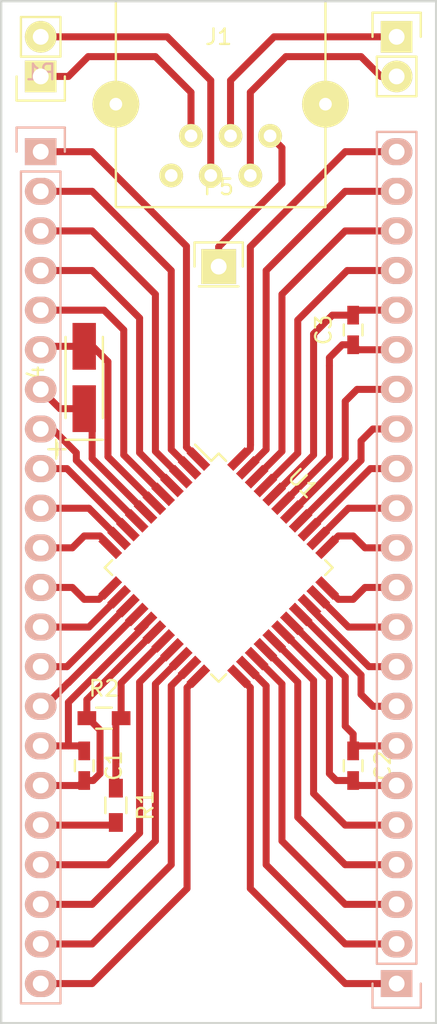
<source format=kicad_pcb>
(kicad_pcb (version 4) (host pcbnew 4.0.0-stable)

  (general
    (links 60)
    (no_connects 0)
    (area 106.651667 67.689 139.728334 140.695)
    (thickness 1.6)
    (drawings 4)
    (tracks 212)
    (zones 0)
    (modules 13)
    (nets 54)
  )

  (page A4)
  (layers
    (0 F.Cu signal)
    (31 B.Cu signal)
    (32 B.Adhes user)
    (33 F.Adhes user)
    (34 B.Paste user)
    (35 F.Paste user)
    (36 B.SilkS user)
    (37 F.SilkS user)
    (38 B.Mask user)
    (39 F.Mask user)
    (40 Dwgs.User user)
    (41 Cmts.User user)
    (42 Eco1.User user)
    (43 Eco2.User user)
    (44 Edge.Cuts user)
    (45 Margin user)
    (46 B.CrtYd user)
    (47 F.CrtYd user)
    (48 B.Fab user)
    (49 F.Fab user)
  )

  (setup
    (last_trace_width 0.45)
    (trace_clearance 0.2)
    (zone_clearance 0.508)
    (zone_45_only no)
    (trace_min 0.2)
    (segment_width 0.2)
    (edge_width 0.15)
    (via_size 0.6)
    (via_drill 0.4)
    (via_min_size 0.4)
    (via_min_drill 0.3)
    (uvia_size 0.3)
    (uvia_drill 0.1)
    (uvias_allowed no)
    (uvia_min_size 0.2)
    (uvia_min_drill 0.1)
    (pcb_text_width 0.3)
    (pcb_text_size 1.5 1.5)
    (mod_edge_width 0.15)
    (mod_text_size 1 1)
    (mod_text_width 0.15)
    (pad_size 1.524 1.524)
    (pad_drill 0.762)
    (pad_to_mask_clearance 0.2)
    (aux_axis_origin 0 0)
    (visible_elements 7FFFFF9F)
    (pcbplotparams
      (layerselection 0x01000_80000001)
      (usegerberextensions false)
      (excludeedgelayer true)
      (linewidth 0.100000)
      (plotframeref false)
      (viasonmask false)
      (mode 1)
      (useauxorigin false)
      (hpglpennumber 1)
      (hpglpenspeed 20)
      (hpglpendiameter 15)
      (hpglpenoverlay 2)
      (psnegative false)
      (psa4output false)
      (plotreference true)
      (plotvalue true)
      (plotinvisibletext false)
      (padsonsilk false)
      (subtractmaskfromsilk false)
      (outputformat 1)
      (mirror false)
      (drillshape 0)
      (scaleselection 1)
      (outputdirectory ""))
  )

  (net 0 "")
  (net 1 /1)
  (net 2 /2)
  (net 3 /3)
  (net 4 /4)
  (net 5 /5)
  (net 6 /6)
  (net 7 /7)
  (net 8 /8)
  (net 9 /9)
  (net 10 /10)
  (net 11 /11)
  (net 12 /12)
  (net 13 /13)
  (net 14 /14)
  (net 15 /15)
  (net 16 /16)
  (net 17 /17)
  (net 18 /18)
  (net 19 /19)
  (net 20 /20)
  (net 21 /21)
  (net 22 /22)
  (net 23 /23)
  (net 24 /24)
  (net 25 /25)
  (net 26 /26)
  (net 27 /27)
  (net 28 /28)
  (net 29 /29)
  (net 30 /30)
  (net 31 /31)
  (net 32 /32)
  (net 33 /33)
  (net 34 /34)
  (net 35 /35)
  (net 36 /36)
  (net 37 /37)
  (net 38 /38)
  (net 39 /39)
  (net 40 /40)
  (net 41 /41)
  (net 42 /42)
  (net 43 /43)
  (net 44 /44)
  (net 45 /~MCLR~)
  (net 46 "Net-(J1-Pad6)")
  (net 47 "Net-(J1-Pad8)")
  (net 48 "Net-(J1-Pad7)")
  (net 49 "Net-(J1-Pad4)")
  (net 50 "Net-(J1-Pad2)")
  (net 51 "Net-(J1-Pad1)")
  (net 52 "Net-(J1-Pad3)")
  (net 53 "Net-(J1-Pad5)")

  (net_class Default "This is the default net class."
    (clearance 0.2)
    (trace_width 0.45)
    (via_dia 0.6)
    (via_drill 0.4)
    (uvia_dia 0.3)
    (uvia_drill 0.1)
    (add_net /1)
    (add_net /10)
    (add_net /11)
    (add_net /12)
    (add_net /13)
    (add_net /14)
    (add_net /15)
    (add_net /16)
    (add_net /17)
    (add_net /18)
    (add_net /19)
    (add_net /2)
    (add_net /20)
    (add_net /21)
    (add_net /22)
    (add_net /23)
    (add_net /24)
    (add_net /25)
    (add_net /26)
    (add_net /27)
    (add_net /28)
    (add_net /29)
    (add_net /3)
    (add_net /30)
    (add_net /31)
    (add_net /32)
    (add_net /33)
    (add_net /34)
    (add_net /35)
    (add_net /36)
    (add_net /37)
    (add_net /38)
    (add_net /39)
    (add_net /4)
    (add_net /40)
    (add_net /41)
    (add_net /42)
    (add_net /43)
    (add_net /44)
    (add_net /5)
    (add_net /6)
    (add_net /7)
    (add_net /8)
    (add_net /9)
    (add_net /~MCLR~)
    (add_net "Net-(J1-Pad1)")
    (add_net "Net-(J1-Pad2)")
    (add_net "Net-(J1-Pad3)")
    (add_net "Net-(J1-Pad4)")
    (add_net "Net-(J1-Pad5)")
    (add_net "Net-(J1-Pad6)")
    (add_net "Net-(J1-Pad7)")
    (add_net "Net-(J1-Pad8)")
  )

  (module Pin_Headers:Pin_Header_Straight_1x22 (layer B.Cu) (tedit 0) (tstamp 56FAF006)
    (at 111.76 81.28 180)
    (descr "Through hole pin header")
    (tags "pin header")
    (path /56FAE7D2)
    (fp_text reference P1 (at 0 5.1 180) (layer B.SilkS)
      (effects (font (size 1 1) (thickness 0.15)) (justify mirror))
    )
    (fp_text value CONN_01X22 (at 0 3.1 180) (layer B.Fab)
      (effects (font (size 1 1) (thickness 0.15)) (justify mirror))
    )
    (fp_line (start -1.75 1.75) (end -1.75 -55.1) (layer B.CrtYd) (width 0.05))
    (fp_line (start 1.75 1.75) (end 1.75 -55.1) (layer B.CrtYd) (width 0.05))
    (fp_line (start -1.75 1.75) (end 1.75 1.75) (layer B.CrtYd) (width 0.05))
    (fp_line (start -1.75 -55.1) (end 1.75 -55.1) (layer B.CrtYd) (width 0.05))
    (fp_line (start -1.27 -1.27) (end -1.27 -54.61) (layer B.SilkS) (width 0.15))
    (fp_line (start -1.27 -54.61) (end 1.27 -54.61) (layer B.SilkS) (width 0.15))
    (fp_line (start 1.27 -54.61) (end 1.27 -1.27) (layer B.SilkS) (width 0.15))
    (fp_line (start 1.55 1.55) (end 1.55 0) (layer B.SilkS) (width 0.15))
    (fp_line (start 1.27 -1.27) (end -1.27 -1.27) (layer B.SilkS) (width 0.15))
    (fp_line (start -1.55 0) (end -1.55 1.55) (layer B.SilkS) (width 0.15))
    (fp_line (start -1.55 1.55) (end 1.55 1.55) (layer B.SilkS) (width 0.15))
    (pad 1 thru_hole rect (at 0 0 180) (size 2.032 1.7272) (drill 1.016) (layers *.Cu *.Mask B.SilkS)
      (net 1 /1))
    (pad 2 thru_hole oval (at 0 -2.54 180) (size 2.032 1.7272) (drill 1.016) (layers *.Cu *.Mask B.SilkS)
      (net 2 /2))
    (pad 3 thru_hole oval (at 0 -5.08 180) (size 2.032 1.7272) (drill 1.016) (layers *.Cu *.Mask B.SilkS)
      (net 3 /3))
    (pad 4 thru_hole oval (at 0 -7.62 180) (size 2.032 1.7272) (drill 1.016) (layers *.Cu *.Mask B.SilkS)
      (net 4 /4))
    (pad 5 thru_hole oval (at 0 -10.16 180) (size 2.032 1.7272) (drill 1.016) (layers *.Cu *.Mask B.SilkS)
      (net 5 /5))
    (pad 6 thru_hole oval (at 0 -12.7 180) (size 2.032 1.7272) (drill 1.016) (layers *.Cu *.Mask B.SilkS)
      (net 6 /6))
    (pad 7 thru_hole oval (at 0 -15.24 180) (size 2.032 1.7272) (drill 1.016) (layers *.Cu *.Mask B.SilkS)
      (net 7 /7))
    (pad 8 thru_hole oval (at 0 -17.78 180) (size 2.032 1.7272) (drill 1.016) (layers *.Cu *.Mask B.SilkS)
      (net 8 /8))
    (pad 9 thru_hole oval (at 0 -20.32 180) (size 2.032 1.7272) (drill 1.016) (layers *.Cu *.Mask B.SilkS)
      (net 9 /9))
    (pad 10 thru_hole oval (at 0 -22.86 180) (size 2.032 1.7272) (drill 1.016) (layers *.Cu *.Mask B.SilkS)
      (net 10 /10))
    (pad 11 thru_hole oval (at 0 -25.4 180) (size 2.032 1.7272) (drill 1.016) (layers *.Cu *.Mask B.SilkS)
      (net 11 /11))
    (pad 12 thru_hole oval (at 0 -27.94 180) (size 2.032 1.7272) (drill 1.016) (layers *.Cu *.Mask B.SilkS)
      (net 12 /12))
    (pad 13 thru_hole oval (at 0 -30.48 180) (size 2.032 1.7272) (drill 1.016) (layers *.Cu *.Mask B.SilkS)
      (net 13 /13))
    (pad 14 thru_hole oval (at 0 -33.02 180) (size 2.032 1.7272) (drill 1.016) (layers *.Cu *.Mask B.SilkS)
      (net 14 /14))
    (pad 15 thru_hole oval (at 0 -35.56 180) (size 2.032 1.7272) (drill 1.016) (layers *.Cu *.Mask B.SilkS)
      (net 15 /15))
    (pad 16 thru_hole oval (at 0 -38.1 180) (size 2.032 1.7272) (drill 1.016) (layers *.Cu *.Mask B.SilkS)
      (net 16 /16))
    (pad 17 thru_hole oval (at 0 -40.64 180) (size 2.032 1.7272) (drill 1.016) (layers *.Cu *.Mask B.SilkS)
      (net 17 /17))
    (pad 18 thru_hole oval (at 0 -43.18 180) (size 2.032 1.7272) (drill 1.016) (layers *.Cu *.Mask B.SilkS)
      (net 18 /18))
    (pad 19 thru_hole oval (at 0 -45.72 180) (size 2.032 1.7272) (drill 1.016) (layers *.Cu *.Mask B.SilkS)
      (net 19 /19))
    (pad 20 thru_hole oval (at 0 -48.26 180) (size 2.032 1.7272) (drill 1.016) (layers *.Cu *.Mask B.SilkS)
      (net 20 /20))
    (pad 21 thru_hole oval (at 0 -50.8 180) (size 2.032 1.7272) (drill 1.016) (layers *.Cu *.Mask B.SilkS)
      (net 21 /21))
    (pad 22 thru_hole oval (at 0 -53.34 180) (size 2.032 1.7272) (drill 1.016) (layers *.Cu *.Mask B.SilkS)
      (net 22 /22))
    (model Pin_Headers.3dshapes/Pin_Header_Straight_1x22.wrl
      (at (xyz 0 -1.05 0))
      (scale (xyz 1 1 1))
      (rotate (xyz 0 0 90))
    )
  )

  (module Pin_Headers:Pin_Header_Straight_1x22 (layer B.Cu) (tedit 0) (tstamp 56FAF020)
    (at 134.62 134.62)
    (descr "Through hole pin header")
    (tags "pin header")
    (path /56FAE805)
    (fp_text reference P2 (at 0 5.1) (layer B.SilkS)
      (effects (font (size 1 1) (thickness 0.15)) (justify mirror))
    )
    (fp_text value CONN_01X22 (at 0 3.1) (layer B.Fab)
      (effects (font (size 1 1) (thickness 0.15)) (justify mirror))
    )
    (fp_line (start -1.75 1.75) (end -1.75 -55.1) (layer B.CrtYd) (width 0.05))
    (fp_line (start 1.75 1.75) (end 1.75 -55.1) (layer B.CrtYd) (width 0.05))
    (fp_line (start -1.75 1.75) (end 1.75 1.75) (layer B.CrtYd) (width 0.05))
    (fp_line (start -1.75 -55.1) (end 1.75 -55.1) (layer B.CrtYd) (width 0.05))
    (fp_line (start -1.27 -1.27) (end -1.27 -54.61) (layer B.SilkS) (width 0.15))
    (fp_line (start -1.27 -54.61) (end 1.27 -54.61) (layer B.SilkS) (width 0.15))
    (fp_line (start 1.27 -54.61) (end 1.27 -1.27) (layer B.SilkS) (width 0.15))
    (fp_line (start 1.55 1.55) (end 1.55 0) (layer B.SilkS) (width 0.15))
    (fp_line (start 1.27 -1.27) (end -1.27 -1.27) (layer B.SilkS) (width 0.15))
    (fp_line (start -1.55 0) (end -1.55 1.55) (layer B.SilkS) (width 0.15))
    (fp_line (start -1.55 1.55) (end 1.55 1.55) (layer B.SilkS) (width 0.15))
    (pad 1 thru_hole rect (at 0 0) (size 2.032 1.7272) (drill 1.016) (layers *.Cu *.Mask B.SilkS)
      (net 23 /23))
    (pad 2 thru_hole oval (at 0 -2.54) (size 2.032 1.7272) (drill 1.016) (layers *.Cu *.Mask B.SilkS)
      (net 24 /24))
    (pad 3 thru_hole oval (at 0 -5.08) (size 2.032 1.7272) (drill 1.016) (layers *.Cu *.Mask B.SilkS)
      (net 25 /25))
    (pad 4 thru_hole oval (at 0 -7.62) (size 2.032 1.7272) (drill 1.016) (layers *.Cu *.Mask B.SilkS)
      (net 26 /26))
    (pad 5 thru_hole oval (at 0 -10.16) (size 2.032 1.7272) (drill 1.016) (layers *.Cu *.Mask B.SilkS)
      (net 27 /27))
    (pad 6 thru_hole oval (at 0 -12.7) (size 2.032 1.7272) (drill 1.016) (layers *.Cu *.Mask B.SilkS)
      (net 28 /28))
    (pad 7 thru_hole oval (at 0 -15.24) (size 2.032 1.7272) (drill 1.016) (layers *.Cu *.Mask B.SilkS)
      (net 29 /29))
    (pad 8 thru_hole oval (at 0 -17.78) (size 2.032 1.7272) (drill 1.016) (layers *.Cu *.Mask B.SilkS)
      (net 30 /30))
    (pad 9 thru_hole oval (at 0 -20.32) (size 2.032 1.7272) (drill 1.016) (layers *.Cu *.Mask B.SilkS)
      (net 31 /31))
    (pad 10 thru_hole oval (at 0 -22.86) (size 2.032 1.7272) (drill 1.016) (layers *.Cu *.Mask B.SilkS)
      (net 32 /32))
    (pad 11 thru_hole oval (at 0 -25.4) (size 2.032 1.7272) (drill 1.016) (layers *.Cu *.Mask B.SilkS)
      (net 33 /33))
    (pad 12 thru_hole oval (at 0 -27.94) (size 2.032 1.7272) (drill 1.016) (layers *.Cu *.Mask B.SilkS)
      (net 34 /34))
    (pad 13 thru_hole oval (at 0 -30.48) (size 2.032 1.7272) (drill 1.016) (layers *.Cu *.Mask B.SilkS)
      (net 35 /35))
    (pad 14 thru_hole oval (at 0 -33.02) (size 2.032 1.7272) (drill 1.016) (layers *.Cu *.Mask B.SilkS)
      (net 36 /36))
    (pad 15 thru_hole oval (at 0 -35.56) (size 2.032 1.7272) (drill 1.016) (layers *.Cu *.Mask B.SilkS)
      (net 37 /37))
    (pad 16 thru_hole oval (at 0 -38.1) (size 2.032 1.7272) (drill 1.016) (layers *.Cu *.Mask B.SilkS)
      (net 38 /38))
    (pad 17 thru_hole oval (at 0 -40.64) (size 2.032 1.7272) (drill 1.016) (layers *.Cu *.Mask B.SilkS)
      (net 39 /39))
    (pad 18 thru_hole oval (at 0 -43.18) (size 2.032 1.7272) (drill 1.016) (layers *.Cu *.Mask B.SilkS)
      (net 40 /40))
    (pad 19 thru_hole oval (at 0 -45.72) (size 2.032 1.7272) (drill 1.016) (layers *.Cu *.Mask B.SilkS)
      (net 41 /41))
    (pad 20 thru_hole oval (at 0 -48.26) (size 2.032 1.7272) (drill 1.016) (layers *.Cu *.Mask B.SilkS)
      (net 42 /42))
    (pad 21 thru_hole oval (at 0 -50.8) (size 2.032 1.7272) (drill 1.016) (layers *.Cu *.Mask B.SilkS)
      (net 43 /43))
    (pad 22 thru_hole oval (at 0 -53.34) (size 2.032 1.7272) (drill 1.016) (layers *.Cu *.Mask B.SilkS)
      (net 44 /44))
    (model Pin_Headers.3dshapes/Pin_Header_Straight_1x22.wrl
      (at (xyz 0 -1.05 0))
      (scale (xyz 1 1 1))
      (rotate (xyz 0 0 90))
    )
  )

  (module Housings_QFP:LQFP-44_10x10mm_Pitch0.8mm (layer F.Cu) (tedit 54130A77) (tstamp 56FAF050)
    (at 123.19 107.95 315)
    (descr "LQFP44 (see Appnote_PCB_Guidelines_TRINAMIC_packages.pdf)")
    (tags "QFP 0.8")
    (path /56FAEAD5)
    (attr smd)
    (fp_text reference U1 (at 0 -7.65 315) (layer F.SilkS)
      (effects (font (size 1 1) (thickness 0.15)))
    )
    (fp_text value DSPIC33EP128GM304 (at 0 7.65 315) (layer F.Fab)
      (effects (font (size 1 1) (thickness 0.15)))
    )
    (fp_line (start -6.9 -6.9) (end -6.9 6.9) (layer F.CrtYd) (width 0.05))
    (fp_line (start 6.9 -6.9) (end 6.9 6.9) (layer F.CrtYd) (width 0.05))
    (fp_line (start -6.9 -6.9) (end 6.9 -6.9) (layer F.CrtYd) (width 0.05))
    (fp_line (start -6.9 6.9) (end 6.9 6.9) (layer F.CrtYd) (width 0.05))
    (fp_line (start -5.175 -5.175) (end -5.175 -4.505) (layer F.SilkS) (width 0.15))
    (fp_line (start 5.175 -5.175) (end 5.175 -4.505) (layer F.SilkS) (width 0.15))
    (fp_line (start 5.175 5.175) (end 5.175 4.505) (layer F.SilkS) (width 0.15))
    (fp_line (start -5.175 5.175) (end -5.175 4.505) (layer F.SilkS) (width 0.15))
    (fp_line (start -5.175 -5.175) (end -4.505 -5.175) (layer F.SilkS) (width 0.15))
    (fp_line (start -5.175 5.175) (end -4.505 5.175) (layer F.SilkS) (width 0.15))
    (fp_line (start 5.175 5.175) (end 4.505 5.175) (layer F.SilkS) (width 0.15))
    (fp_line (start 5.175 -5.175) (end 4.505 -5.175) (layer F.SilkS) (width 0.15))
    (fp_line (start -5.175 -4.505) (end -6.65 -4.505) (layer F.SilkS) (width 0.15))
    (pad 1 smd rect (at -5.85 -4 315) (size 1.6 0.56) (layers F.Cu F.Paste F.Mask)
      (net 1 /1))
    (pad 2 smd rect (at -5.85 -3.2 315) (size 1.6 0.56) (layers F.Cu F.Paste F.Mask)
      (net 2 /2))
    (pad 3 smd rect (at -5.85 -2.4 315) (size 1.6 0.56) (layers F.Cu F.Paste F.Mask)
      (net 3 /3))
    (pad 4 smd rect (at -5.85 -1.6 315) (size 1.6 0.56) (layers F.Cu F.Paste F.Mask)
      (net 4 /4))
    (pad 5 smd rect (at -5.85 -0.8 315) (size 1.6 0.56) (layers F.Cu F.Paste F.Mask)
      (net 5 /5))
    (pad 6 smd rect (at -5.85 0 315) (size 1.6 0.56) (layers F.Cu F.Paste F.Mask)
      (net 6 /6))
    (pad 7 smd rect (at -5.85 0.8 315) (size 1.6 0.56) (layers F.Cu F.Paste F.Mask)
      (net 7 /7))
    (pad 8 smd rect (at -5.85 1.6 315) (size 1.6 0.56) (layers F.Cu F.Paste F.Mask)
      (net 8 /8))
    (pad 9 smd rect (at -5.85 2.4 315) (size 1.6 0.56) (layers F.Cu F.Paste F.Mask)
      (net 9 /9))
    (pad 10 smd rect (at -5.85 3.2 315) (size 1.6 0.56) (layers F.Cu F.Paste F.Mask)
      (net 10 /10))
    (pad 11 smd rect (at -5.85 4 315) (size 1.6 0.56) (layers F.Cu F.Paste F.Mask)
      (net 11 /11))
    (pad 12 smd rect (at -4 5.85 45) (size 1.6 0.56) (layers F.Cu F.Paste F.Mask)
      (net 12 /12))
    (pad 13 smd rect (at -3.2 5.85 45) (size 1.6 0.56) (layers F.Cu F.Paste F.Mask)
      (net 13 /13))
    (pad 14 smd rect (at -2.4 5.85 45) (size 1.6 0.56) (layers F.Cu F.Paste F.Mask)
      (net 14 /14))
    (pad 15 smd rect (at -1.6 5.85 45) (size 1.6 0.56) (layers F.Cu F.Paste F.Mask)
      (net 15 /15))
    (pad 16 smd rect (at -0.8 5.85 45) (size 1.6 0.56) (layers F.Cu F.Paste F.Mask)
      (net 16 /16))
    (pad 17 smd rect (at 0 5.85 45) (size 1.6 0.56) (layers F.Cu F.Paste F.Mask)
      (net 17 /17))
    (pad 18 smd rect (at 0.8 5.85 45) (size 1.6 0.56) (layers F.Cu F.Paste F.Mask)
      (net 45 /~MCLR~))
    (pad 19 smd rect (at 1.6 5.85 45) (size 1.6 0.56) (layers F.Cu F.Paste F.Mask)
      (net 19 /19))
    (pad 20 smd rect (at 2.4 5.85 45) (size 1.6 0.56) (layers F.Cu F.Paste F.Mask)
      (net 20 /20))
    (pad 21 smd rect (at 3.2 5.85 45) (size 1.6 0.56) (layers F.Cu F.Paste F.Mask)
      (net 21 /21))
    (pad 22 smd rect (at 4 5.85 45) (size 1.6 0.56) (layers F.Cu F.Paste F.Mask)
      (net 22 /22))
    (pad 23 smd rect (at 5.85 4 315) (size 1.6 0.56) (layers F.Cu F.Paste F.Mask)
      (net 23 /23))
    (pad 24 smd rect (at 5.85 3.2 315) (size 1.6 0.56) (layers F.Cu F.Paste F.Mask)
      (net 24 /24))
    (pad 25 smd rect (at 5.85 2.4 315) (size 1.6 0.56) (layers F.Cu F.Paste F.Mask)
      (net 25 /25))
    (pad 26 smd rect (at 5.85 1.6 315) (size 1.6 0.56) (layers F.Cu F.Paste F.Mask)
      (net 26 /26))
    (pad 27 smd rect (at 5.85 0.8 315) (size 1.6 0.56) (layers F.Cu F.Paste F.Mask)
      (net 27 /27))
    (pad 28 smd rect (at 5.85 0 315) (size 1.6 0.56) (layers F.Cu F.Paste F.Mask)
      (net 28 /28))
    (pad 29 smd rect (at 5.85 -0.8 315) (size 1.6 0.56) (layers F.Cu F.Paste F.Mask)
      (net 29 /29))
    (pad 30 smd rect (at 5.85 -1.6 315) (size 1.6 0.56) (layers F.Cu F.Paste F.Mask)
      (net 30 /30))
    (pad 31 smd rect (at 5.85 -2.4 315) (size 1.6 0.56) (layers F.Cu F.Paste F.Mask)
      (net 31 /31))
    (pad 32 smd rect (at 5.85 -3.2 315) (size 1.6 0.56) (layers F.Cu F.Paste F.Mask)
      (net 32 /32))
    (pad 33 smd rect (at 5.85 -4 315) (size 1.6 0.56) (layers F.Cu F.Paste F.Mask)
      (net 33 /33))
    (pad 34 smd rect (at 4 -5.85 45) (size 1.6 0.56) (layers F.Cu F.Paste F.Mask)
      (net 34 /34))
    (pad 35 smd rect (at 3.2 -5.85 45) (size 1.6 0.56) (layers F.Cu F.Paste F.Mask)
      (net 35 /35))
    (pad 36 smd rect (at 2.4 -5.85 45) (size 1.6 0.56) (layers F.Cu F.Paste F.Mask)
      (net 36 /36))
    (pad 37 smd rect (at 1.6 -5.85 45) (size 1.6 0.56) (layers F.Cu F.Paste F.Mask)
      (net 37 /37))
    (pad 38 smd rect (at 0.8 -5.85 45) (size 1.6 0.56) (layers F.Cu F.Paste F.Mask)
      (net 38 /38))
    (pad 39 smd rect (at 0 -5.85 45) (size 1.6 0.56) (layers F.Cu F.Paste F.Mask)
      (net 39 /39))
    (pad 40 smd rect (at -0.8 -5.85 45) (size 1.6 0.56) (layers F.Cu F.Paste F.Mask)
      (net 40 /40))
    (pad 41 smd rect (at -1.6 -5.85 45) (size 1.6 0.56) (layers F.Cu F.Paste F.Mask)
      (net 41 /41))
    (pad 42 smd rect (at -2.4 -5.85 45) (size 1.6 0.56) (layers F.Cu F.Paste F.Mask)
      (net 42 /42))
    (pad 43 smd rect (at -3.2 -5.85 45) (size 1.6 0.56) (layers F.Cu F.Paste F.Mask)
      (net 43 /43))
    (pad 44 smd rect (at -4 -5.85 45) (size 1.6 0.56) (layers F.Cu F.Paste F.Mask)
      (net 44 /44))
    (model Housings_QFP.3dshapes/LQFP-44_10x10mm_Pitch0.8mm.wrl
      (at (xyz 0 0 0))
      (scale (xyz 1 1 1))
      (rotate (xyz 0 0 0))
    )
  )

  (module Capacitors_SMD:C_0603_HandSoldering (layer F.Cu) (tedit 541A9B4D) (tstamp 56FB8053)
    (at 114.554 120.65 270)
    (descr "Capacitor SMD 0603, hand soldering")
    (tags "capacitor 0603")
    (path /56FB240F)
    (attr smd)
    (fp_text reference C1 (at 0 -1.9 270) (layer F.SilkS)
      (effects (font (size 1 1) (thickness 0.15)))
    )
    (fp_text value 100nF (at 0 1.9 270) (layer F.Fab)
      (effects (font (size 1 1) (thickness 0.15)))
    )
    (fp_line (start -1.85 -0.75) (end 1.85 -0.75) (layer F.CrtYd) (width 0.05))
    (fp_line (start -1.85 0.75) (end 1.85 0.75) (layer F.CrtYd) (width 0.05))
    (fp_line (start -1.85 -0.75) (end -1.85 0.75) (layer F.CrtYd) (width 0.05))
    (fp_line (start 1.85 -0.75) (end 1.85 0.75) (layer F.CrtYd) (width 0.05))
    (fp_line (start -0.35 -0.6) (end 0.35 -0.6) (layer F.SilkS) (width 0.15))
    (fp_line (start 0.35 0.6) (end -0.35 0.6) (layer F.SilkS) (width 0.15))
    (pad 1 smd rect (at -0.95 0 270) (size 1.2 0.75) (layers F.Cu F.Paste F.Mask)
      (net 16 /16))
    (pad 2 smd rect (at 0.95 0 270) (size 1.2 0.75) (layers F.Cu F.Paste F.Mask)
      (net 17 /17))
    (model Capacitors_SMD.3dshapes/C_0603_HandSoldering.wrl
      (at (xyz 0 0 0))
      (scale (xyz 1 1 1))
      (rotate (xyz 0 0 0))
    )
  )

  (module Capacitors_SMD:C_0603_HandSoldering (layer F.Cu) (tedit 541A9B4D) (tstamp 56FB805F)
    (at 131.826 120.65 270)
    (descr "Capacitor SMD 0603, hand soldering")
    (tags "capacitor 0603")
    (path /56FB2494)
    (attr smd)
    (fp_text reference C2 (at 0 -1.9 270) (layer F.SilkS)
      (effects (font (size 1 1) (thickness 0.15)))
    )
    (fp_text value 100nF (at 0 1.9 270) (layer F.Fab)
      (effects (font (size 1 1) (thickness 0.15)))
    )
    (fp_line (start -1.85 -0.75) (end 1.85 -0.75) (layer F.CrtYd) (width 0.05))
    (fp_line (start -1.85 0.75) (end 1.85 0.75) (layer F.CrtYd) (width 0.05))
    (fp_line (start -1.85 -0.75) (end -1.85 0.75) (layer F.CrtYd) (width 0.05))
    (fp_line (start 1.85 -0.75) (end 1.85 0.75) (layer F.CrtYd) (width 0.05))
    (fp_line (start -0.35 -0.6) (end 0.35 -0.6) (layer F.SilkS) (width 0.15))
    (fp_line (start 0.35 0.6) (end -0.35 0.6) (layer F.SilkS) (width 0.15))
    (pad 1 smd rect (at -0.95 0 270) (size 1.2 0.75) (layers F.Cu F.Paste F.Mask)
      (net 29 /29))
    (pad 2 smd rect (at 0.95 0 270) (size 1.2 0.75) (layers F.Cu F.Paste F.Mask)
      (net 28 /28))
    (model Capacitors_SMD.3dshapes/C_0603_HandSoldering.wrl
      (at (xyz 0 0 0))
      (scale (xyz 1 1 1))
      (rotate (xyz 0 0 0))
    )
  )

  (module Capacitors_SMD:C_0603_HandSoldering (layer F.Cu) (tedit 541A9B4D) (tstamp 56FB806B)
    (at 131.826 92.71 90)
    (descr "Capacitor SMD 0603, hand soldering")
    (tags "capacitor 0603")
    (path /56FB24E1)
    (attr smd)
    (fp_text reference C3 (at 0 -1.9 90) (layer F.SilkS)
      (effects (font (size 1 1) (thickness 0.15)))
    )
    (fp_text value 100nF (at 0 1.9 90) (layer F.Fab)
      (effects (font (size 1 1) (thickness 0.15)))
    )
    (fp_line (start -1.85 -0.75) (end 1.85 -0.75) (layer F.CrtYd) (width 0.05))
    (fp_line (start -1.85 0.75) (end 1.85 0.75) (layer F.CrtYd) (width 0.05))
    (fp_line (start -1.85 -0.75) (end -1.85 0.75) (layer F.CrtYd) (width 0.05))
    (fp_line (start 1.85 -0.75) (end 1.85 0.75) (layer F.CrtYd) (width 0.05))
    (fp_line (start -0.35 -0.6) (end 0.35 -0.6) (layer F.SilkS) (width 0.15))
    (fp_line (start 0.35 0.6) (end -0.35 0.6) (layer F.SilkS) (width 0.15))
    (pad 1 smd rect (at -0.95 0 90) (size 1.2 0.75) (layers F.Cu F.Paste F.Mask)
      (net 39 /39))
    (pad 2 smd rect (at 0.95 0 90) (size 1.2 0.75) (layers F.Cu F.Paste F.Mask)
      (net 40 /40))
    (model Capacitors_SMD.3dshapes/C_0603_HandSoldering.wrl
      (at (xyz 0 0 0))
      (scale (xyz 1 1 1))
      (rotate (xyz 0 0 0))
    )
  )

  (module Resistors_SMD:R_0603_HandSoldering (layer F.Cu) (tedit 5418A00F) (tstamp 56FD11A4)
    (at 116.586 123.19 270)
    (descr "Resistor SMD 0603, hand soldering")
    (tags "resistor 0603")
    (path /56FB9DCF)
    (attr smd)
    (fp_text reference R1 (at 0 -1.9 270) (layer F.SilkS)
      (effects (font (size 1 1) (thickness 0.15)))
    )
    (fp_text value 470E (at 0 1.9 270) (layer F.Fab)
      (effects (font (size 1 1) (thickness 0.15)))
    )
    (fp_line (start -2 -0.8) (end 2 -0.8) (layer F.CrtYd) (width 0.05))
    (fp_line (start -2 0.8) (end 2 0.8) (layer F.CrtYd) (width 0.05))
    (fp_line (start -2 -0.8) (end -2 0.8) (layer F.CrtYd) (width 0.05))
    (fp_line (start 2 -0.8) (end 2 0.8) (layer F.CrtYd) (width 0.05))
    (fp_line (start 0.5 0.675) (end -0.5 0.675) (layer F.SilkS) (width 0.15))
    (fp_line (start -0.5 -0.675) (end 0.5 -0.675) (layer F.SilkS) (width 0.15))
    (pad 1 smd rect (at -1.1 0 270) (size 1.2 0.9) (layers F.Cu F.Paste F.Mask)
      (net 45 /~MCLR~))
    (pad 2 smd rect (at 1.1 0 270) (size 1.2 0.9) (layers F.Cu F.Paste F.Mask)
      (net 18 /18))
    (model Resistors_SMD.3dshapes/R_0603_HandSoldering.wrl
      (at (xyz 0 0 0))
      (scale (xyz 1 1 1))
      (rotate (xyz 0 0 0))
    )
  )

  (module Resistors_SMD:R_0603_HandSoldering (layer F.Cu) (tedit 5418A00F) (tstamp 56FD11AA)
    (at 115.824 117.602)
    (descr "Resistor SMD 0603, hand soldering")
    (tags "resistor 0603")
    (path /56FB9BD4)
    (attr smd)
    (fp_text reference R2 (at 0 -1.9) (layer F.SilkS)
      (effects (font (size 1 1) (thickness 0.15)))
    )
    (fp_text value 10K (at 0 1.9) (layer F.Fab)
      (effects (font (size 1 1) (thickness 0.15)))
    )
    (fp_line (start -2 -0.8) (end 2 -0.8) (layer F.CrtYd) (width 0.05))
    (fp_line (start -2 0.8) (end 2 0.8) (layer F.CrtYd) (width 0.05))
    (fp_line (start -2 -0.8) (end -2 0.8) (layer F.CrtYd) (width 0.05))
    (fp_line (start 2 -0.8) (end 2 0.8) (layer F.CrtYd) (width 0.05))
    (fp_line (start 0.5 0.675) (end -0.5 0.675) (layer F.SilkS) (width 0.15))
    (fp_line (start -0.5 -0.675) (end 0.5 -0.675) (layer F.SilkS) (width 0.15))
    (pad 1 smd rect (at -1.1 0) (size 1.2 0.9) (layers F.Cu F.Paste F.Mask)
      (net 17 /17))
    (pad 2 smd rect (at 1.1 0) (size 1.2 0.9) (layers F.Cu F.Paste F.Mask)
      (net 45 /~MCLR~))
    (model Resistors_SMD.3dshapes/R_0603_HandSoldering.wrl
      (at (xyz 0 0 0))
      (scale (xyz 1 1 1))
      (rotate (xyz 0 0 0))
    )
  )

  (module Capacitors_Tantalum_SMD:TantalC_SizeA_EIA-3216_HandSoldering (layer F.Cu) (tedit 0) (tstamp 56FD14F1)
    (at 114.554 95.758 90)
    (descr "Tantal Cap. , Size A, EIA-3216, Hand Soldering,")
    (tags "Tantal Cap. , Size A, EIA-3216, Hand Soldering,")
    (path /56FB3507)
    (attr smd)
    (fp_text reference C4 (at -0.20066 -3.0988 90) (layer F.SilkS)
      (effects (font (size 1 1) (thickness 0.15)))
    )
    (fp_text value 10uF (at -0.09906 3.0988 90) (layer F.Fab)
      (effects (font (size 1 1) (thickness 0.15)))
    )
    (fp_text user + (at -4.59994 -1.80086 90) (layer F.SilkS)
      (effects (font (size 1 1) (thickness 0.15)))
    )
    (fp_line (start -2.60096 1.19888) (end 2.60096 1.19888) (layer F.SilkS) (width 0.15))
    (fp_line (start 2.60096 -1.19888) (end -2.60096 -1.19888) (layer F.SilkS) (width 0.15))
    (fp_line (start -4.59994 -2.2987) (end -4.59994 -1.19888) (layer F.SilkS) (width 0.15))
    (fp_line (start -5.19938 -1.79832) (end -4.0005 -1.79832) (layer F.SilkS) (width 0.15))
    (fp_line (start -3.99542 -1.19888) (end -3.99542 1.19888) (layer F.SilkS) (width 0.15))
    (pad 2 smd rect (at 1.99898 0 90) (size 2.99974 1.50114) (layers F.Cu F.Paste F.Mask)
      (net 6 /6))
    (pad 1 smd rect (at -1.99898 0 90) (size 2.99974 1.50114) (layers F.Cu F.Paste F.Mask)
      (net 7 /7))
    (model Capacitors_Tantalum_SMD.3dshapes/TantalC_SizeA_EIA-3216_HandSoldering.wrl
      (at (xyz 0 0 0))
      (scale (xyz 1 1 1))
      (rotate (xyz 0 0 180))
    )
  )

  (module Connect:RJ12_E (layer F.Cu) (tedit 0) (tstamp 56FD27A0)
    (at 123.19 73.914 180)
    (path /56FD3EEA)
    (fp_text reference J1 (at 0 0 180) (layer F.SilkS)
      (effects (font (size 1 1) (thickness 0.15)))
    )
    (fp_text value RJ12 (at 0 -2.54 180) (layer F.Fab)
      (effects (font (size 1 1) (thickness 0.15)))
    )
    (fp_line (start -6.858 -10.922) (end -6.858 2.286) (layer F.SilkS) (width 0.15))
    (fp_line (start 6.604 -10.922) (end 6.604 2.286) (layer F.SilkS) (width 0.15))
    (fp_line (start -6.858 2.286) (end 6.604 2.286) (layer F.SilkS) (width 0.15))
    (fp_line (start 5.842 -10.922) (end 6.604 -10.922) (layer F.SilkS) (width 0.15))
    (fp_line (start -6.858 -10.922) (end 5.842 -10.922) (layer F.SilkS) (width 0.15))
    (pad 4 thru_hole circle (at 0.508 -8.89 180) (size 1.524 1.524) (drill 0.8128) (layers *.Cu *.Mask F.SilkS)
      (net 49 "Net-(J1-Pad4)"))
    (pad 2 thru_hole circle (at -2.032 -8.89 180) (size 1.524 1.524) (drill 0.8128) (layers *.Cu *.Mask F.SilkS)
      (net 50 "Net-(J1-Pad2)"))
    (pad 6 thru_hole circle (at 3.048 -8.89 180) (size 1.524 1.524) (drill 0.8128) (layers *.Cu *.Mask F.SilkS)
      (net 46 "Net-(J1-Pad6)"))
    (pad 1 thru_hole circle (at -3.302 -6.35 180) (size 1.524 1.524) (drill 0.8128) (layers *.Cu *.Mask F.SilkS)
      (net 51 "Net-(J1-Pad1)"))
    (pad 3 thru_hole circle (at -0.762 -6.35 180) (size 1.524 1.524) (drill 0.8128) (layers *.Cu *.Mask F.SilkS)
      (net 52 "Net-(J1-Pad3)"))
    (pad 5 thru_hole circle (at 1.778 -6.35 180) (size 1.524 1.524) (drill 0.8128) (layers *.Cu *.Mask F.SilkS)
      (net 53 "Net-(J1-Pad5)"))
    (pad 8 thru_hole circle (at 6.604 -4.318 180) (size 2.99974 2.99974) (drill 0.8128) (layers *.Cu *.Mask F.SilkS)
      (net 47 "Net-(J1-Pad8)"))
    (pad 7 thru_hole circle (at -6.858 -4.318 180) (size 2.99974 2.99974) (drill 0.8128) (layers *.Cu *.Mask F.SilkS)
      (net 48 "Net-(J1-Pad7)"))
  )

  (module Pin_Headers:Pin_Header_Straight_1x02 (layer F.Cu) (tedit 54EA090C) (tstamp 56FD5517)
    (at 111.76 76.454 180)
    (descr "Through hole pin header")
    (tags "pin header")
    (path /56FD53CB)
    (fp_text reference P3 (at 0 -5.1 180) (layer F.SilkS)
      (effects (font (size 1 1) (thickness 0.15)))
    )
    (fp_text value CONN_01X02 (at 0 -3.1 180) (layer F.Fab)
      (effects (font (size 1 1) (thickness 0.15)))
    )
    (fp_line (start 1.27 1.27) (end 1.27 3.81) (layer F.SilkS) (width 0.15))
    (fp_line (start 1.55 -1.55) (end 1.55 0) (layer F.SilkS) (width 0.15))
    (fp_line (start -1.75 -1.75) (end -1.75 4.3) (layer F.CrtYd) (width 0.05))
    (fp_line (start 1.75 -1.75) (end 1.75 4.3) (layer F.CrtYd) (width 0.05))
    (fp_line (start -1.75 -1.75) (end 1.75 -1.75) (layer F.CrtYd) (width 0.05))
    (fp_line (start -1.75 4.3) (end 1.75 4.3) (layer F.CrtYd) (width 0.05))
    (fp_line (start 1.27 1.27) (end -1.27 1.27) (layer F.SilkS) (width 0.15))
    (fp_line (start -1.55 0) (end -1.55 -1.55) (layer F.SilkS) (width 0.15))
    (fp_line (start -1.55 -1.55) (end 1.55 -1.55) (layer F.SilkS) (width 0.15))
    (fp_line (start -1.27 1.27) (end -1.27 3.81) (layer F.SilkS) (width 0.15))
    (fp_line (start -1.27 3.81) (end 1.27 3.81) (layer F.SilkS) (width 0.15))
    (pad 1 thru_hole rect (at 0 0 180) (size 2.032 2.032) (drill 1.016) (layers *.Cu *.Mask F.SilkS)
      (net 53 "Net-(J1-Pad5)"))
    (pad 2 thru_hole oval (at 0 2.54 180) (size 2.032 2.032) (drill 1.016) (layers *.Cu *.Mask F.SilkS)
      (net 49 "Net-(J1-Pad4)"))
    (model Pin_Headers.3dshapes/Pin_Header_Straight_1x02.wrl
      (at (xyz 0 -0.05 0))
      (scale (xyz 1 1 1))
      (rotate (xyz 0 0 90))
    )
  )

  (module Pin_Headers:Pin_Header_Straight_1x02 (layer F.Cu) (tedit 54EA090C) (tstamp 56FD551D)
    (at 134.62 73.914)
    (descr "Through hole pin header")
    (tags "pin header")
    (path /56FD5879)
    (fp_text reference P4 (at 0 -5.1) (layer F.SilkS)
      (effects (font (size 1 1) (thickness 0.15)))
    )
    (fp_text value CONN_01X02 (at 0 -3.1) (layer F.Fab)
      (effects (font (size 1 1) (thickness 0.15)))
    )
    (fp_line (start 1.27 1.27) (end 1.27 3.81) (layer F.SilkS) (width 0.15))
    (fp_line (start 1.55 -1.55) (end 1.55 0) (layer F.SilkS) (width 0.15))
    (fp_line (start -1.75 -1.75) (end -1.75 4.3) (layer F.CrtYd) (width 0.05))
    (fp_line (start 1.75 -1.75) (end 1.75 4.3) (layer F.CrtYd) (width 0.05))
    (fp_line (start -1.75 -1.75) (end 1.75 -1.75) (layer F.CrtYd) (width 0.05))
    (fp_line (start -1.75 4.3) (end 1.75 4.3) (layer F.CrtYd) (width 0.05))
    (fp_line (start 1.27 1.27) (end -1.27 1.27) (layer F.SilkS) (width 0.15))
    (fp_line (start -1.55 0) (end -1.55 -1.55) (layer F.SilkS) (width 0.15))
    (fp_line (start -1.55 -1.55) (end 1.55 -1.55) (layer F.SilkS) (width 0.15))
    (fp_line (start -1.27 1.27) (end -1.27 3.81) (layer F.SilkS) (width 0.15))
    (fp_line (start -1.27 3.81) (end 1.27 3.81) (layer F.SilkS) (width 0.15))
    (pad 1 thru_hole rect (at 0 0) (size 2.032 2.032) (drill 1.016) (layers *.Cu *.Mask F.SilkS)
      (net 52 "Net-(J1-Pad3)"))
    (pad 2 thru_hole oval (at 0 2.54) (size 2.032 2.032) (drill 1.016) (layers *.Cu *.Mask F.SilkS)
      (net 50 "Net-(J1-Pad2)"))
    (model Pin_Headers.3dshapes/Pin_Header_Straight_1x02.wrl
      (at (xyz 0 -0.05 0))
      (scale (xyz 1 1 1))
      (rotate (xyz 0 0 90))
    )
  )

  (module Pin_Headers:Pin_Header_Straight_1x01 (layer F.Cu) (tedit 54EA08DC) (tstamp 56FD5A8B)
    (at 123.19 88.646)
    (descr "Through hole pin header")
    (tags "pin header")
    (path /56FD70CB)
    (fp_text reference P5 (at 0 -5.1) (layer F.SilkS)
      (effects (font (size 1 1) (thickness 0.15)))
    )
    (fp_text value CONN_01X01 (at 0 -3.1) (layer F.Fab)
      (effects (font (size 1 1) (thickness 0.15)))
    )
    (fp_line (start 1.55 -1.55) (end 1.55 0) (layer F.SilkS) (width 0.15))
    (fp_line (start -1.75 -1.75) (end -1.75 1.75) (layer F.CrtYd) (width 0.05))
    (fp_line (start 1.75 -1.75) (end 1.75 1.75) (layer F.CrtYd) (width 0.05))
    (fp_line (start -1.75 -1.75) (end 1.75 -1.75) (layer F.CrtYd) (width 0.05))
    (fp_line (start -1.75 1.75) (end 1.75 1.75) (layer F.CrtYd) (width 0.05))
    (fp_line (start -1.55 0) (end -1.55 -1.55) (layer F.SilkS) (width 0.15))
    (fp_line (start -1.55 -1.55) (end 1.55 -1.55) (layer F.SilkS) (width 0.15))
    (fp_line (start -1.27 1.27) (end 1.27 1.27) (layer F.SilkS) (width 0.15))
    (pad 1 thru_hole rect (at 0 0) (size 2.2352 2.2352) (drill 1.016) (layers *.Cu *.Mask F.SilkS)
      (net 51 "Net-(J1-Pad1)"))
    (model Pin_Headers.3dshapes/Pin_Header_Straight_1x01.wrl
      (at (xyz 0 0 0))
      (scale (xyz 1 1 1))
      (rotate (xyz 0 0 90))
    )
  )

  (gr_line (start 137.16 137.16) (end 137.16 71.628) (angle 90) (layer Edge.Cuts) (width 0.15))
  (gr_line (start 109.22 137.16) (end 109.22 71.628) (angle 90) (layer Edge.Cuts) (width 0.15))
  (gr_line (start 137.16 137.16) (end 109.22 137.16) (angle 90) (layer Edge.Cuts) (width 0.15))
  (gr_line (start 109.22 71.628) (end 137.16 71.628) (angle 90) (layer Edge.Cuts) (width 0.15))

  (segment (start 121.881852 100.984998) (end 121.119852 100.222998) (width 0.45) (layer F.Cu) (net 1))
  (segment (start 115.062 81.28) (end 111.76 81.28) (width 0.45) (layer F.Cu) (net 1))
  (segment (start 115.062 81.28) (end 121.119852 87.337852) (width 0.45) (layer F.Cu) (net 1) (tstamp 56FAF647))
  (segment (start 121.119852 87.337852) (end 121.119852 100.222998) (width 0.45) (layer F.Cu) (net 1) (tstamp 56FAF651))
  (segment (start 111.76 83.82) (end 115.062 83.82) (width 0.45) (layer F.Cu) (net 2))
  (segment (start 120.142 100.376517) (end 121.316167 101.550684) (width 0.45) (layer F.Cu) (net 2) (tstamp 56FAF6C8))
  (segment (start 120.142 88.9) (end 120.142 100.376517) (width 0.45) (layer F.Cu) (net 2) (tstamp 56FAF6C0))
  (segment (start 115.062 83.82) (end 120.142 88.9) (width 0.45) (layer F.Cu) (net 2) (tstamp 56FAF6A1))
  (segment (start 111.76 86.36) (end 115.062 86.36) (width 0.45) (layer F.Cu) (net 3))
  (segment (start 119.126 100.491887) (end 120.750482 102.116369) (width 0.45) (layer F.Cu) (net 3) (tstamp 56FAF9BC))
  (segment (start 119.126 90.424) (end 119.126 100.491887) (width 0.45) (layer F.Cu) (net 3) (tstamp 56FAF9B3))
  (segment (start 115.062 86.36) (end 119.126 90.424) (width 0.45) (layer F.Cu) (net 3) (tstamp 56FAF9A8))
  (segment (start 111.76 88.9) (end 115.062 88.9) (width 0.45) (layer F.Cu) (net 4))
  (segment (start 118.11 100.580755) (end 120.184796 102.682054) (width 0.45) (layer F.Cu) (net 4) (tstamp 56FAF722))
  (segment (start 118.11 91.948) (end 118.11 100.580755) (width 0.45) (layer F.Cu) (net 4) (tstamp 56FAF71B))
  (segment (start 115.062 88.9) (end 118.11 91.948) (width 0.45) (layer F.Cu) (net 4) (tstamp 56FAF703))
  (segment (start 111.76 91.44) (end 115.824 91.44) (width 0.45) (layer F.Cu) (net 5))
  (segment (start 117.094 100.722629) (end 119.619111 103.24774) (width 0.45) (layer F.Cu) (net 5) (tstamp 56FAF72F))
  (segment (start 117.094 92.71) (end 117.094 100.722629) (width 0.45) (layer F.Cu) (net 5) (tstamp 56FAF72A))
  (segment (start 115.824 91.44) (end 117.094 92.71) (width 0.45) (layer F.Cu) (net 5) (tstamp 56FAF726))
  (segment (start 114.554 93.75902) (end 114.554 94.488) (width 0.45) (layer F.Cu) (net 6))
  (segment (start 115.062 93.726) (end 116.078 94.742) (width 0.45) (layer F.Cu) (net 6) (tstamp 56FD216F))
  (segment (start 116.078 94.742) (end 116.078 100.838) (width 0.45) (layer F.Cu) (net 6) (tstamp 56FD2173))
  (segment (start 114.554 93.75902) (end 111.98098 93.75902) (width 0.45) (layer F.Cu) (net 6))
  (segment (start 111.98098 93.75902) (end 111.76 93.98) (width 0.45) (layer F.Cu) (net 6) (tstamp 56FD216C))
  (segment (start 115.02898 93.98) (end 115.062 94.01302) (width 0.45) (layer F.Cu) (net 6) (tstamp 56FD210E))
  (segment (start 119.053425 103.813425) (end 116.078 100.838) (width 0.45) (layer F.Cu) (net 6) (tstamp 56FAF739))
  (segment (start 114.554 97.75698) (end 112.99698 97.75698) (width 0.45) (layer F.Cu) (net 7))
  (segment (start 112.99698 97.75698) (end 111.76 96.52) (width 0.45) (layer F.Cu) (net 7) (tstamp 56FD2167))
  (segment (start 115.062 100.953371) (end 115.062 98.26498) (width 0.45) (layer F.Cu) (net 7))
  (segment (start 115.062 98.26498) (end 114.554 97.75698) (width 0.45) (layer F.Cu) (net 7) (tstamp 56FD2161))
  (segment (start 118.48774 104.379111) (end 115.062 100.953371) (width 0.45) (layer F.Cu) (net 7) (tstamp 56FAF749))
  (segment (start 111.76 99.06) (end 112.522 99.06) (width 0.45) (layer F.Cu) (net 8))
  (segment (start 112.522 99.06) (end 114.046 100.584) (width 0.45) (layer F.Cu) (net 8) (tstamp 56FD20F9))
  (segment (start 114.046 100.584) (end 114.046 101.068742) (width 0.45) (layer F.Cu) (net 8) (tstamp 56FD2106))
  (segment (start 114.046 101.068742) (end 117.922054 104.944796) (width 0.45) (layer F.Cu) (net 8) (tstamp 56FD2107))
  (segment (start 111.76 101.6) (end 113.445887 101.6) (width 0.45) (layer F.Cu) (net 9))
  (segment (start 113.445887 101.6) (end 117.356369 105.510482) (width 0.45) (layer F.Cu) (net 9) (tstamp 56FAF757))
  (segment (start 111.76 104.14) (end 114.854517 104.14) (width 0.45) (layer F.Cu) (net 10))
  (segment (start 114.854517 104.14) (end 116.790684 106.076167) (width 0.45) (layer F.Cu) (net 10) (tstamp 56FAF760))
  (segment (start 116.224998 106.641852) (end 116.224998 106.572998) (width 0.45) (layer F.Cu) (net 11))
  (segment (start 116.224998 106.572998) (end 115.57 105.918) (width 0.45) (layer F.Cu) (net 11) (tstamp 56FAFA57))
  (segment (start 115.57 105.918) (end 114.554 105.918) (width 0.45) (layer F.Cu) (net 11) (tstamp 56FAFA5B))
  (segment (start 114.554 105.918) (end 113.792 106.68) (width 0.45) (layer F.Cu) (net 11) (tstamp 56FAFA63))
  (segment (start 113.792 106.68) (end 111.76 106.68) (width 0.45) (layer F.Cu) (net 11) (tstamp 56FAFA67))
  (segment (start 111.76 109.22) (end 113.792 109.22) (width 0.45) (layer F.Cu) (net 12))
  (segment (start 115.501146 109.982) (end 116.224998 109.258148) (width 0.45) (layer F.Cu) (net 12) (tstamp 56FAFD99))
  (segment (start 114.554 109.982) (end 115.501146 109.982) (width 0.45) (layer F.Cu) (net 12) (tstamp 56FAFD94))
  (segment (start 113.792 109.22) (end 114.554 109.982) (width 0.45) (layer F.Cu) (net 12) (tstamp 56FAFD92))
  (segment (start 111.76 111.76) (end 114.854517 111.76) (width 0.45) (layer F.Cu) (net 13))
  (segment (start 114.854517 111.76) (end 116.790684 109.823833) (width 0.45) (layer F.Cu) (net 13) (tstamp 56FAFDB8))
  (segment (start 111.76 114.3) (end 113.445887 114.3) (width 0.45) (layer F.Cu) (net 14))
  (segment (start 113.445887 114.3) (end 117.356369 110.389518) (width 0.45) (layer F.Cu) (net 14) (tstamp 56FAFDD7))
  (segment (start 111.76 116.84) (end 112.014 116.84) (width 0.45) (layer F.Cu) (net 15))
  (segment (start 113.538 115.339258) (end 117.922054 110.955204) (width 0.45) (layer F.Cu) (net 15) (tstamp 56FAFDF6))
  (segment (start 113.538 115.316) (end 113.538 115.339258) (width 0.45) (layer F.Cu) (net 15) (tstamp 56FAFDF0))
  (segment (start 112.014 116.84) (end 113.538 115.316) (width 0.45) (layer F.Cu) (net 15) (tstamp 56FAFDDC))
  (segment (start 114.554 115.57) (end 113.538 116.586) (width 0.45) (layer F.Cu) (net 16))
  (segment (start 113.538 116.586) (end 113.538 119.379508) (width 0.45) (layer F.Cu) (net 16) (tstamp 56FD234F))
  (segment (start 114.554 115.57) (end 115.316 114.808) (width 0.45) (layer F.Cu) (net 16) (tstamp 56FD21F3))
  (segment (start 111.76 119.38) (end 113.538 119.379508) (width 0.45) (layer F.Cu) (net 16))
  (segment (start 113.538 119.379508) (end 114.234 119.38) (width 0.45) (layer F.Cu) (net 16) (tstamp 56FD235E))
  (segment (start 114.234 119.38) (end 114.554 119.7) (width 0.45) (layer F.Cu) (net 16) (tstamp 56FD21F0))
  (segment (start 115.316 114.808) (end 118.48774 111.63626) (width 0.45) (layer F.Cu) (net 16) (tstamp 56FD1DC6))
  (segment (start 118.48774 111.63626) (end 118.48774 111.520889) (width 0.45) (layer F.Cu) (net 16) (tstamp 56FD1DC9))
  (segment (start 115.062 121.6) (end 115.128 121.6) (width 0.45) (layer F.Cu) (net 17))
  (segment (start 115.128 121.6) (end 115.57 121.158) (width 0.45) (layer F.Cu) (net 17) (tstamp 56FD23A6))
  (segment (start 115.57 121.158) (end 115.57 120.396) (width 0.45) (layer F.Cu) (net 17) (tstamp 56FD23A7))
  (segment (start 114.554 121.6) (end 115.062 121.6) (width 0.45) (layer F.Cu) (net 17))
  (segment (start 114.724 117.602) (end 114.724 116.416) (width 0.45) (layer F.Cu) (net 17))
  (segment (start 114.724 116.416) (end 119.053425 112.086575) (width 0.45) (layer F.Cu) (net 17) (tstamp 56FD2370))
  (segment (start 114.724 117.602) (end 114.808 117.602) (width 0.45) (layer F.Cu) (net 17))
  (segment (start 114.808 117.602) (end 115.57 118.364) (width 0.45) (layer F.Cu) (net 17) (tstamp 56FD2360))
  (segment (start 115.57 118.364) (end 115.57 120.396) (width 0.45) (layer F.Cu) (net 17) (tstamp 56FD2364))
  (segment (start 114.62 121.666) (end 114.554 121.6) (width 0.45) (layer F.Cu) (net 17) (tstamp 56FD2281))
  (segment (start 114.554 121.6) (end 114.554 121.412) (width 0.45) (layer F.Cu) (net 17))
  (segment (start 111.76 121.92) (end 114.234 121.92) (width 0.45) (layer F.Cu) (net 17))
  (segment (start 114.234 121.92) (end 114.554 121.6) (width 0.45) (layer F.Cu) (net 17) (tstamp 56FD21ED))
  (segment (start 111.76 124.46) (end 116.416 124.46) (width 0.45) (layer F.Cu) (net 18))
  (segment (start 116.416 124.46) (end 116.586 124.29) (width 0.45) (layer F.Cu) (net 18) (tstamp 56FD2265))
  (segment (start 111.76 127) (end 116.078 127) (width 0.45) (layer F.Cu) (net 19))
  (segment (start 118.11 115.292742) (end 120.184796 113.217946) (width 0.45) (layer F.Cu) (net 19) (tstamp 56FAFEFE))
  (segment (start 118.11 124.968) (end 118.11 115.292742) (width 0.45) (layer F.Cu) (net 19) (tstamp 56FAFEFB))
  (segment (start 116.078 127) (end 118.11 124.968) (width 0.45) (layer F.Cu) (net 19) (tstamp 56FAFEF4))
  (segment (start 111.76 129.54) (end 115.062 129.54) (width 0.45) (layer F.Cu) (net 20))
  (segment (start 119.126 115.408113) (end 120.750482 113.783631) (width 0.45) (layer F.Cu) (net 20) (tstamp 56FAFF0D))
  (segment (start 119.126 125.476) (end 119.126 115.408113) (width 0.45) (layer F.Cu) (net 20) (tstamp 56FAFF09))
  (segment (start 115.062 129.54) (end 119.126 125.476) (width 0.45) (layer F.Cu) (net 20) (tstamp 56FAFF02))
  (segment (start 111.76 132.08) (end 115.062 132.08) (width 0.45) (layer F.Cu) (net 21))
  (segment (start 120.142 115.523483) (end 121.316167 114.349316) (width 0.45) (layer F.Cu) (net 21) (tstamp 56FAFF1B))
  (segment (start 120.142 127) (end 120.142 115.523483) (width 0.45) (layer F.Cu) (net 21) (tstamp 56FAFF18))
  (segment (start 115.062 132.08) (end 120.142 127) (width 0.45) (layer F.Cu) (net 21) (tstamp 56FAFF13))
  (segment (start 111.76 134.62) (end 115.062 134.62) (width 0.45) (layer F.Cu) (net 22))
  (segment (start 121.158 115.638854) (end 121.881852 114.915002) (width 0.45) (layer F.Cu) (net 22) (tstamp 56FAFF2F))
  (segment (start 121.158 128.524) (end 121.158 115.638854) (width 0.45) (layer F.Cu) (net 22) (tstamp 56FAFF2B))
  (segment (start 115.062 134.62) (end 121.158 128.524) (width 0.45) (layer F.Cu) (net 22) (tstamp 56FAFF20))
  (segment (start 134.62 134.62) (end 131.318 134.62) (width 0.45) (layer F.Cu) (net 23))
  (segment (start 125.222 115.638854) (end 124.498148 114.915002) (width 0.45) (layer F.Cu) (net 23) (tstamp 56FAFF65))
  (segment (start 125.222 128.524) (end 125.222 115.638854) (width 0.45) (layer F.Cu) (net 23) (tstamp 56FAFF4B))
  (segment (start 131.318 134.62) (end 125.222 128.524) (width 0.45) (layer F.Cu) (net 23) (tstamp 56FAFF40))
  (segment (start 134.62 132.08) (end 131.318 132.08) (width 0.45) (layer F.Cu) (net 24))
  (segment (start 126.238 115.523483) (end 125.063833 114.349316) (width 0.45) (layer F.Cu) (net 24) (tstamp 56FAFF77))
  (segment (start 126.238 127) (end 126.238 115.523483) (width 0.45) (layer F.Cu) (net 24) (tstamp 56FAFF72))
  (segment (start 131.318 132.08) (end 126.238 127) (width 0.45) (layer F.Cu) (net 24) (tstamp 56FAFF6A))
  (segment (start 134.62 129.54) (end 131.318 129.54) (width 0.45) (layer F.Cu) (net 25))
  (segment (start 127.254 115.408113) (end 125.629518 113.783631) (width 0.45) (layer F.Cu) (net 25) (tstamp 56FAFF84))
  (segment (start 127.254 125.476) (end 127.254 115.408113) (width 0.45) (layer F.Cu) (net 25) (tstamp 56FAFF80))
  (segment (start 131.318 129.54) (end 127.254 125.476) (width 0.45) (layer F.Cu) (net 25) (tstamp 56FAFF7B))
  (segment (start 134.62 127) (end 131.318 127) (width 0.45) (layer F.Cu) (net 26))
  (segment (start 128.27 115.292742) (end 126.195204 113.217946) (width 0.45) (layer F.Cu) (net 26) (tstamp 56FAFF93))
  (segment (start 128.27 123.952) (end 128.27 115.292742) (width 0.45) (layer F.Cu) (net 26) (tstamp 56FAFF91))
  (segment (start 131.318 127) (end 128.27 123.952) (width 0.45) (layer F.Cu) (net 26) (tstamp 56FAFF8C))
  (segment (start 134.62 124.46) (end 131.318 124.46) (width 0.45) (layer F.Cu) (net 27))
  (segment (start 129.286 115.177371) (end 126.760889 112.65226) (width 0.45) (layer F.Cu) (net 27) (tstamp 56FAFF9D))
  (segment (start 129.286 122.428) (end 129.286 115.177371) (width 0.45) (layer F.Cu) (net 27) (tstamp 56FAFF9B))
  (segment (start 131.318 124.46) (end 129.286 122.428) (width 0.45) (layer F.Cu) (net 27) (tstamp 56FAFF97))
  (segment (start 134.62 121.92) (end 132.146 121.92) (width 0.45) (layer F.Cu) (net 28))
  (segment (start 132.146 121.92) (end 131.826 121.6) (width 0.45) (layer F.Cu) (net 28) (tstamp 56FD2004))
  (segment (start 131.826 121.6) (end 130.744 121.6) (width 0.45) (layer F.Cu) (net 28))
  (segment (start 130.744 121.6) (end 130.302 121.158) (width 0.45) (layer F.Cu) (net 28) (tstamp 56FD1FD5))
  (segment (start 130.302 121.158) (end 130.302 115.062) (width 0.45) (layer F.Cu) (net 28) (tstamp 56FD1FDA))
  (segment (start 130.302 115.062) (end 127.326575 112.086575) (width 0.45) (layer F.Cu) (net 28) (tstamp 56FD1FDF))
  (segment (start 131.826 119.7) (end 131.826 118.618) (width 0.45) (layer F.Cu) (net 29))
  (segment (start 131.826 118.618) (end 131.318 118.11) (width 0.45) (layer F.Cu) (net 29) (tstamp 56FD1FF5))
  (segment (start 131.318 118.11) (end 131.318 114.946629) (width 0.45) (layer F.Cu) (net 29) (tstamp 56FD1FFA))
  (segment (start 131.318 114.946629) (end 127.89226 111.520889) (width 0.45) (layer F.Cu) (net 29) (tstamp 56FD1FFC))
  (segment (start 134.62 119.38) (end 132.146 119.38) (width 0.45) (layer F.Cu) (net 29))
  (segment (start 132.146 119.38) (end 131.826 119.7) (width 0.45) (layer F.Cu) (net 29) (tstamp 56FD1FC9))
  (segment (start 134.62 116.84) (end 133.096 116.84) (width 0.45) (layer F.Cu) (net 30))
  (segment (start 132.334 114.831258) (end 128.457946 110.955204) (width 0.45) (layer F.Cu) (net 30) (tstamp 56FAFFC1))
  (segment (start 132.334 116.078) (end 132.334 114.831258) (width 0.45) (layer F.Cu) (net 30) (tstamp 56FAFFBF))
  (segment (start 133.096 116.84) (end 132.334 116.078) (width 0.45) (layer F.Cu) (net 30) (tstamp 56FAFFBD))
  (segment (start 134.62 114.3) (end 132.842 114.3) (width 0.45) (layer F.Cu) (net 31))
  (segment (start 132.842 114.3) (end 129.023631 110.481631) (width 0.45) (layer F.Cu) (net 31) (tstamp 56FAFFC6))
  (segment (start 129.023631 110.481631) (end 129.023631 110.389518) (width 0.45) (layer F.Cu) (net 31) (tstamp 56FAFFC9))
  (segment (start 134.62 111.76) (end 131.525483 111.76) (width 0.45) (layer F.Cu) (net 32))
  (segment (start 131.525483 111.76) (end 129.589316 109.823833) (width 0.45) (layer F.Cu) (net 32) (tstamp 56FAFFCE))
  (segment (start 134.62 109.22) (end 132.588 109.22) (width 0.45) (layer F.Cu) (net 33))
  (segment (start 130.878854 109.982) (end 130.155002 109.258148) (width 0.45) (layer F.Cu) (net 33) (tstamp 56FAFDA8))
  (segment (start 131.826 109.982) (end 130.878854 109.982) (width 0.45) (layer F.Cu) (net 33) (tstamp 56FAFDA5))
  (segment (start 132.588 109.22) (end 131.826 109.982) (width 0.45) (layer F.Cu) (net 33) (tstamp 56FAFDA1))
  (segment (start 134.62 106.68) (end 132.588 106.68) (width 0.45) (layer F.Cu) (net 34))
  (segment (start 130.878854 105.918) (end 130.155002 106.641852) (width 0.45) (layer F.Cu) (net 34) (tstamp 56FAFC6E))
  (segment (start 131.826 105.918) (end 130.878854 105.918) (width 0.45) (layer F.Cu) (net 34) (tstamp 56FAFC5E))
  (segment (start 132.588 106.68) (end 131.826 105.918) (width 0.45) (layer F.Cu) (net 34) (tstamp 56FAFC59))
  (segment (start 134.62 104.14) (end 131.525483 104.14) (width 0.45) (layer F.Cu) (net 35))
  (segment (start 131.525483 104.14) (end 129.589316 106.076167) (width 0.45) (layer F.Cu) (net 35) (tstamp 56FAFC54))
  (segment (start 134.62 101.6) (end 132.934113 101.6) (width 0.45) (layer F.Cu) (net 36))
  (segment (start 132.934113 101.6) (end 129.023631 105.510482) (width 0.45) (layer F.Cu) (net 36) (tstamp 56FAFC42))
  (segment (start 134.62 99.06) (end 133.096 99.06) (width 0.45) (layer F.Cu) (net 37))
  (segment (start 132.334 101.068742) (end 128.457946 104.944796) (width 0.45) (layer F.Cu) (net 37) (tstamp 56FAFC3C))
  (segment (start 132.334 99.822) (end 132.334 101.068742) (width 0.45) (layer F.Cu) (net 37) (tstamp 56FAFC38))
  (segment (start 133.096 99.06) (end 132.334 99.822) (width 0.45) (layer F.Cu) (net 37) (tstamp 56FAFC2A))
  (segment (start 134.62 96.52) (end 132.08 96.52) (width 0.45) (layer F.Cu) (net 38))
  (segment (start 131.318 100.953371) (end 127.89226 104.379111) (width 0.45) (layer F.Cu) (net 38) (tstamp 56FAFC21))
  (segment (start 131.318 97.282) (end 131.318 100.953371) (width 0.45) (layer F.Cu) (net 38) (tstamp 56FAFC1D))
  (segment (start 132.08 96.52) (end 131.318 97.282) (width 0.45) (layer F.Cu) (net 38) (tstamp 56FAFC17))
  (segment (start 134.62 93.98) (end 132.146 93.98) (width 0.45) (layer F.Cu) (net 39))
  (segment (start 132.146 93.98) (end 131.826 93.66) (width 0.45) (layer F.Cu) (net 39) (tstamp 56FD205E))
  (segment (start 131.826 93.66) (end 131.13 93.66) (width 0.45) (layer F.Cu) (net 39))
  (segment (start 131.13 93.66) (end 130.302 94.488) (width 0.45) (layer F.Cu) (net 39) (tstamp 56FD2059))
  (segment (start 130.302 94.488) (end 130.302 94.996) (width 0.45) (layer F.Cu) (net 39) (tstamp 56FD205B))
  (segment (start 130.302 100.838) (end 127.326575 103.813425) (width 0.45) (layer F.Cu) (net 39) (tstamp 56FAFC04))
  (segment (start 130.302 94.996) (end 130.302 100.838) (width 0.45) (layer F.Cu) (net 39) (tstamp 56FAFC02))
  (segment (start 134.62 91.44) (end 132.146 91.44) (width 0.45) (layer F.Cu) (net 40))
  (segment (start 132.146 91.44) (end 131.826 91.76) (width 0.45) (layer F.Cu) (net 40) (tstamp 56FD2056))
  (segment (start 131.826 91.76) (end 130.49 91.76) (width 0.45) (layer F.Cu) (net 40))
  (segment (start 130.49 91.76) (end 129.286 92.964) (width 0.45) (layer F.Cu) (net 40) (tstamp 56FD2050))
  (segment (start 129.286 100.722629) (end 126.760889 103.24774) (width 0.45) (layer F.Cu) (net 40) (tstamp 56FAFBF6))
  (segment (start 129.286 92.964) (end 129.286 100.722629) (width 0.45) (layer F.Cu) (net 40) (tstamp 56FAFBF4))
  (segment (start 134.62 88.9) (end 131.445 88.9) (width 0.45) (layer F.Cu) (net 41))
  (segment (start 128.27 100.607258) (end 126.195204 102.682054) (width 0.45) (layer F.Cu) (net 41) (tstamp 56FAFBE8))
  (segment (start 128.27 92.075) (end 128.27 100.607258) (width 0.45) (layer F.Cu) (net 41) (tstamp 56FAFBE6))
  (segment (start 131.445 88.9) (end 128.27 92.075) (width 0.45) (layer F.Cu) (net 41) (tstamp 56FAFBD7))
  (segment (start 134.62 86.36) (end 131.318 86.36) (width 0.45) (layer F.Cu) (net 42))
  (segment (start 127.254 100.491887) (end 125.629518 102.116369) (width 0.45) (layer F.Cu) (net 42) (tstamp 56FAFBD0))
  (segment (start 127.254 90.424) (end 127.254 100.491887) (width 0.45) (layer F.Cu) (net 42) (tstamp 56FAFBCE))
  (segment (start 131.318 86.36) (end 127.254 90.424) (width 0.45) (layer F.Cu) (net 42) (tstamp 56FAFBC4))
  (segment (start 134.62 83.82) (end 131.318 83.82) (width 0.45) (layer F.Cu) (net 43))
  (segment (start 126.238 100.376517) (end 125.063833 101.550684) (width 0.45) (layer F.Cu) (net 43) (tstamp 56FAFB88))
  (segment (start 126.238 88.9) (end 126.238 100.376517) (width 0.45) (layer F.Cu) (net 43) (tstamp 56FAFB82))
  (segment (start 131.318 83.82) (end 126.238 88.9) (width 0.45) (layer F.Cu) (net 43) (tstamp 56FAFB7B))
  (segment (start 125.233099 100.076486) (end 125.222 100.33) (width 0.45) (layer F.Cu) (net 44))
  (segment (start 125.222217 87.375783) (end 125.233099 100.076486) (width 0.45) (layer F.Cu) (net 44) (tstamp 56FAF696))
  (segment (start 125.222 100.33) (end 124.498148 100.984998) (width 0.45) (layer F.Cu) (net 44) (tstamp 56FAFABD))
  (segment (start 131.318 81.28) (end 125.222217 87.375783) (width 0.45) (layer F.Cu) (net 44) (tstamp 56FAF660))
  (segment (start 134.62 81.28) (end 131.318 81.28) (width 0.45) (layer F.Cu) (net 44))
  (segment (start 116.924 117.602) (end 116.924 115.347371) (width 0.45) (layer F.Cu) (net 45))
  (segment (start 116.924 115.347371) (end 119.619111 112.65226) (width 0.45) (layer F.Cu) (net 45) (tstamp 56FD2375))
  (segment (start 116.586 122.09) (end 116.586 117.94) (width 0.45) (layer F.Cu) (net 45))
  (segment (start 116.586 117.94) (end 116.924 117.602) (width 0.45) (layer F.Cu) (net 45) (tstamp 56FD236D))
  (segment (start 111.76 73.914) (end 119.888 73.914) (width 0.45) (layer F.Cu) (net 49))
  (segment (start 122.682 76.708) (end 122.682 82.804) (width 0.45) (layer F.Cu) (net 49) (tstamp 56FD599B))
  (segment (start 119.888 73.914) (end 122.682 76.708) (width 0.45) (layer F.Cu) (net 49) (tstamp 56FD5995))
  (segment (start 134.62 76.454) (end 133.604 76.454) (width 0.45) (layer F.Cu) (net 50))
  (segment (start 133.604 76.454) (end 132.334 75.184) (width 0.45) (layer F.Cu) (net 50) (tstamp 56FD58F6))
  (segment (start 132.334 75.184) (end 127.508 75.184) (width 0.45) (layer F.Cu) (net 50) (tstamp 56FD5917))
  (segment (start 127.508 75.184) (end 125.222 77.47) (width 0.45) (layer F.Cu) (net 50) (tstamp 56FD5919))
  (segment (start 125.222 77.47) (end 125.222 82.804) (width 0.45) (layer F.Cu) (net 50) (tstamp 56FD591D))
  (segment (start 123.19 88.646) (end 123.19 87.376) (width 0.45) (layer F.Cu) (net 51))
  (segment (start 127.254 81.026) (end 126.492 80.264) (width 0.45) (layer F.Cu) (net 51) (tstamp 56FD593C) (status 800000))
  (segment (start 127.254 83.312) (end 127.254 81.026) (width 0.45) (layer F.Cu) (net 51) (tstamp 56FD593A))
  (segment (start 126.492 84.074) (end 127.254 83.312) (width 0.45) (layer F.Cu) (net 51) (tstamp 56FD5936))
  (segment (start 123.19 87.376) (end 126.492 84.074) (width 0.45) (layer F.Cu) (net 51) (tstamp 56FD592D))
  (segment (start 134.62 73.914) (end 126.746 73.914) (width 0.45) (layer F.Cu) (net 52))
  (segment (start 123.952 76.708) (end 123.952 80.264) (width 0.45) (layer F.Cu) (net 52) (tstamp 56FD58F1))
  (segment (start 126.746 73.914) (end 123.952 76.708) (width 0.45) (layer F.Cu) (net 52) (tstamp 56FD58E4))
  (segment (start 111.76 76.454) (end 113.538 76.454) (width 0.45) (layer F.Cu) (net 53))
  (segment (start 121.412 77.47) (end 121.412 80.264) (width 0.45) (layer F.Cu) (net 53) (tstamp 56FD59A9))
  (segment (start 119.126 75.184) (end 121.412 77.47) (width 0.45) (layer F.Cu) (net 53) (tstamp 56FD59A6))
  (segment (start 114.808 75.184) (end 119.126 75.184) (width 0.45) (layer F.Cu) (net 53) (tstamp 56FD59A3))
  (segment (start 113.538 76.454) (end 114.808 75.184) (width 0.45) (layer F.Cu) (net 53) (tstamp 56FD599E))

)

</source>
